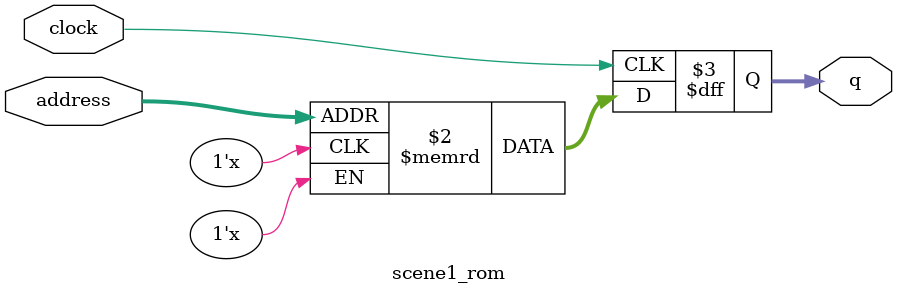
<source format=sv>
module scene1_rom (
	input logic clock,
	input logic [16:0] address,
	output logic [3:0] q
);

logic [3:0] memory [0:83199] /* synthesis ram_init_file = "./scene1/scene1.COE" */;

always_ff @ (posedge clock) begin
	q <= memory[address];
end

endmodule

</source>
